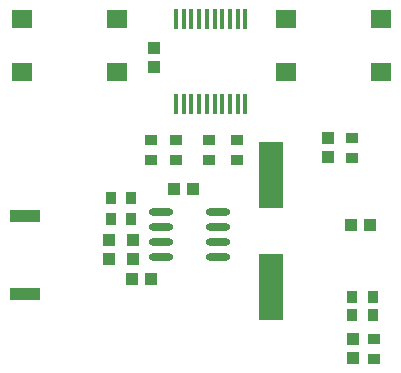
<source format=gtp>
G04*
G04 #@! TF.GenerationSoftware,Altium Limited,Altium Designer,19.0.10 (269)*
G04*
G04 Layer_Color=8421504*
%FSLAX25Y25*%
%MOIN*%
G70*
G01*
G75*
%ADD19R,0.03937X0.03543*%
%ADD20R,0.03937X0.03937*%
%ADD21R,0.03937X0.03937*%
%ADD22R,0.03543X0.03937*%
%ADD23R,0.01772X0.06890*%
%ADD24O,0.08268X0.02362*%
%ADD25R,0.07087X0.06299*%
%ADD26R,0.10000X0.04000*%
%ADD27R,0.08268X0.22047*%
D19*
X120000Y89215D02*
D03*
Y82522D02*
D03*
X81696Y88346D02*
D03*
Y81653D02*
D03*
X72496Y88346D02*
D03*
Y81653D02*
D03*
X61528Y88346D02*
D03*
Y81653D02*
D03*
X53000Y88346D02*
D03*
Y81653D02*
D03*
X127347Y22197D02*
D03*
Y15504D02*
D03*
D20*
X112000Y89018D02*
D03*
Y82718D02*
D03*
X39000Y48850D02*
D03*
Y55150D02*
D03*
X120445Y22150D02*
D03*
Y15850D02*
D03*
X54000Y119150D02*
D03*
Y112850D02*
D03*
X47000Y55150D02*
D03*
Y48850D02*
D03*
D21*
X67150Y72000D02*
D03*
X60850D02*
D03*
X53150Y42000D02*
D03*
X46850D02*
D03*
X126150Y60000D02*
D03*
X119850D02*
D03*
D22*
X46347Y69000D02*
D03*
X39654D02*
D03*
X46347Y62000D02*
D03*
X39654D02*
D03*
X127000Y36000D02*
D03*
X120307D02*
D03*
Y30000D02*
D03*
X127000D02*
D03*
D23*
X61528Y100512D02*
D03*
X64087D02*
D03*
X66646D02*
D03*
X69205D02*
D03*
X71764D02*
D03*
X74323D02*
D03*
X76882D02*
D03*
X79441D02*
D03*
X82000D02*
D03*
X84559D02*
D03*
X61528Y128858D02*
D03*
X64087D02*
D03*
X66646D02*
D03*
X69205D02*
D03*
X71764D02*
D03*
X74323D02*
D03*
X76882D02*
D03*
X79441D02*
D03*
X82000D02*
D03*
X84559D02*
D03*
D24*
X75547Y49500D02*
D03*
Y54500D02*
D03*
Y59500D02*
D03*
Y64500D02*
D03*
X56453Y49500D02*
D03*
Y54500D02*
D03*
Y59500D02*
D03*
Y64500D02*
D03*
D25*
X129748Y111142D02*
D03*
X98252D02*
D03*
X129748Y128858D02*
D03*
X98252D02*
D03*
X10252D02*
D03*
X41748D02*
D03*
X10252Y111142D02*
D03*
X41748D02*
D03*
D26*
X11000Y36968D02*
D03*
Y62968D02*
D03*
D27*
X93000Y76701D02*
D03*
Y39299D02*
D03*
M02*

</source>
